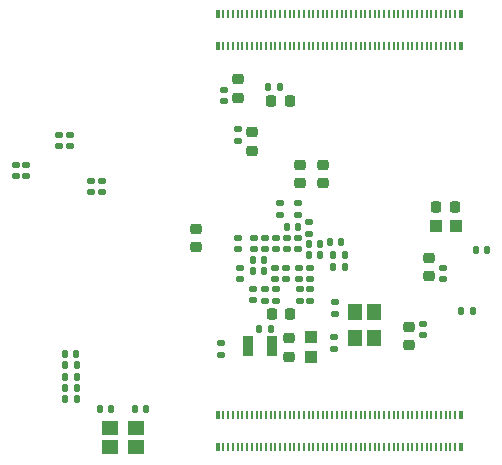
<source format=gbp>
%TF.GenerationSoftware,KiCad,Pcbnew,9.0.6-9.0.6~ubuntu24.04.1*%
%TF.CreationDate,2025-12-28T10:30:28+01:00*%
%TF.ProjectId,BB3plus CM5 STM32H7 module,42423370-6c75-4732-9043-4d352053544d,r1B3*%
%TF.SameCoordinates,Original*%
%TF.FileFunction,Paste,Bot*%
%TF.FilePolarity,Positive*%
%FSLAX46Y46*%
G04 Gerber Fmt 4.6, Leading zero omitted, Abs format (unit mm)*
G04 Created by KiCad (PCBNEW 9.0.6-9.0.6~ubuntu24.04.1) date 2025-12-28 10:30:28*
%MOMM*%
%LPD*%
G01*
G04 APERTURE LIST*
G04 Aperture macros list*
%AMRoundRect*
0 Rectangle with rounded corners*
0 $1 Rounding radius*
0 $2 $3 $4 $5 $6 $7 $8 $9 X,Y pos of 4 corners*
0 Add a 4 corners polygon primitive as box body*
4,1,4,$2,$3,$4,$5,$6,$7,$8,$9,$2,$3,0*
0 Add four circle primitives for the rounded corners*
1,1,$1+$1,$2,$3*
1,1,$1+$1,$4,$5*
1,1,$1+$1,$6,$7*
1,1,$1+$1,$8,$9*
0 Add four rect primitives between the rounded corners*
20,1,$1+$1,$2,$3,$4,$5,0*
20,1,$1+$1,$4,$5,$6,$7,0*
20,1,$1+$1,$6,$7,$8,$9,0*
20,1,$1+$1,$8,$9,$2,$3,0*%
G04 Aperture macros list end*
%ADD10R,0.230000X0.660000*%
%ADD11R,0.350000X0.660000*%
%ADD12RoundRect,0.140000X-0.170000X0.140000X-0.170000X-0.140000X0.170000X-0.140000X0.170000X0.140000X0*%
%ADD13R,1.400000X1.200000*%
%ADD14RoundRect,0.140000X0.170000X-0.140000X0.170000X0.140000X-0.170000X0.140000X-0.170000X-0.140000X0*%
%ADD15RoundRect,0.140000X0.140000X0.170000X-0.140000X0.170000X-0.140000X-0.170000X0.140000X-0.170000X0*%
%ADD16RoundRect,0.225000X-0.225000X-0.250000X0.225000X-0.250000X0.225000X0.250000X-0.225000X0.250000X0*%
%ADD17RoundRect,0.140000X-0.140000X-0.170000X0.140000X-0.170000X0.140000X0.170000X-0.140000X0.170000X0*%
%ADD18RoundRect,0.225000X0.250000X-0.225000X0.250000X0.225000X-0.250000X0.225000X-0.250000X-0.225000X0*%
%ADD19RoundRect,0.225000X0.225000X0.250000X-0.225000X0.250000X-0.225000X-0.250000X0.225000X-0.250000X0*%
%ADD20RoundRect,0.225000X-0.250000X0.225000X-0.250000X-0.225000X0.250000X-0.225000X0.250000X0.225000X0*%
%ADD21RoundRect,0.135000X0.135000X0.185000X-0.135000X0.185000X-0.135000X-0.185000X0.135000X-0.185000X0*%
%ADD22RoundRect,0.050800X0.449200X0.499200X-0.449200X0.499200X-0.449200X-0.499200X0.449200X-0.499200X0*%
%ADD23RoundRect,0.042333X-0.402167X-0.833967X0.402167X-0.833967X0.402167X0.833967X-0.402167X0.833967X0*%
%ADD24R,1.200000X1.400000*%
%ADD25RoundRect,0.135000X-0.135000X-0.185000X0.135000X-0.185000X0.135000X0.185000X-0.135000X0.185000X0*%
%ADD26RoundRect,0.050800X-0.499200X0.449200X-0.499200X-0.449200X0.499200X-0.449200X0.499200X0.449200X0*%
G04 APERTURE END LIST*
D10*
%TO.C,SoM1*%
X114300000Y-110515000D03*
X114300000Y-107805000D03*
X114700000Y-110515000D03*
X114700000Y-107805000D03*
X115100000Y-110515000D03*
X115100000Y-107805000D03*
X115500000Y-110515000D03*
X115500000Y-107805000D03*
X115900000Y-110515000D03*
X115900000Y-107805000D03*
X116300000Y-110515000D03*
X116300000Y-107805000D03*
X116700000Y-110515000D03*
X116700000Y-107805000D03*
X117100000Y-110515000D03*
X117100000Y-107805000D03*
X117500000Y-110515000D03*
X117500000Y-107805000D03*
X117900000Y-110515000D03*
X117900000Y-107805000D03*
X118300000Y-110515000D03*
X118300000Y-107805000D03*
X118700000Y-110515000D03*
X118700000Y-107805000D03*
X119100000Y-110515000D03*
X119100000Y-107805000D03*
X119500000Y-110515000D03*
X119500000Y-107805000D03*
X119900000Y-110515000D03*
X119900000Y-107805000D03*
X120300000Y-110515000D03*
X120300000Y-107805000D03*
X120700000Y-110515000D03*
X120700000Y-107805000D03*
X121100000Y-110515000D03*
X121100000Y-107805000D03*
X121500000Y-110515000D03*
X121500000Y-107805000D03*
X121900000Y-110515000D03*
X121900000Y-107805000D03*
X122300000Y-110515000D03*
X122300000Y-107805000D03*
X122700000Y-110515000D03*
X122700000Y-107805000D03*
X123100000Y-110515000D03*
X123100000Y-107805000D03*
X123500000Y-110515000D03*
X123500000Y-107805000D03*
X123900000Y-110515000D03*
X123900000Y-107805000D03*
X124300000Y-110515000D03*
X124300000Y-107805000D03*
X124700000Y-110515000D03*
X124700000Y-107805000D03*
X125100000Y-110515000D03*
X125100000Y-107805000D03*
X125500000Y-110515000D03*
X125500000Y-107805000D03*
X125900000Y-110515000D03*
X125900000Y-107805000D03*
X126300000Y-110515000D03*
X126300000Y-107805000D03*
X126700000Y-110515000D03*
X126700000Y-107805000D03*
X127100000Y-110515000D03*
X127100000Y-107805000D03*
X127500000Y-110515000D03*
X127500000Y-107805000D03*
X127900000Y-110515000D03*
X127900000Y-107805000D03*
X128300000Y-110515000D03*
X128300000Y-107805000D03*
X128700000Y-110515000D03*
X128700000Y-107805000D03*
X129100000Y-110515000D03*
X129100000Y-107805000D03*
X129500000Y-110515000D03*
X129500000Y-107805000D03*
X129900000Y-110515000D03*
X129900000Y-107805000D03*
X130300000Y-110515000D03*
X130300000Y-107805000D03*
X130700000Y-110515000D03*
X130700000Y-107805000D03*
X131100000Y-110515000D03*
X131100000Y-107805000D03*
X131500000Y-110515000D03*
X131500000Y-107805000D03*
X131900000Y-110515000D03*
X131900000Y-107805000D03*
X132300000Y-110515000D03*
X132300000Y-107805000D03*
X132700000Y-110515000D03*
X132700000Y-107805000D03*
X133100000Y-110515000D03*
X133100000Y-107805000D03*
X133500000Y-110515000D03*
X133500000Y-107805000D03*
X133900000Y-110515000D03*
X133900000Y-107805000D03*
X114300000Y-76595000D03*
X114300000Y-73885000D03*
X114700000Y-76595000D03*
X114700000Y-73885000D03*
X115100000Y-76595000D03*
X115100000Y-73885000D03*
X115500000Y-76595000D03*
X115500000Y-73885000D03*
X115900000Y-76595000D03*
X115900000Y-73885000D03*
X116300000Y-76595000D03*
X116300000Y-73885000D03*
X116700000Y-76595000D03*
X116700000Y-73885000D03*
X117100000Y-76595000D03*
X117100000Y-73885000D03*
X117500000Y-76595000D03*
X117500000Y-73885000D03*
X117900000Y-76595000D03*
X117900000Y-73885000D03*
X118300000Y-76595000D03*
X118300000Y-73885000D03*
X118700000Y-76595000D03*
X118700000Y-73885000D03*
X119100000Y-76595000D03*
X119100000Y-73885000D03*
X119500000Y-76595000D03*
X119500000Y-73885000D03*
X119900000Y-76595000D03*
X119900000Y-73885000D03*
X120300000Y-76595000D03*
X120300000Y-73885000D03*
X120700000Y-76595000D03*
X120700000Y-73885000D03*
X121100000Y-76595000D03*
X121100000Y-73885000D03*
X121500000Y-76595000D03*
X121500000Y-73885000D03*
X121900000Y-76595000D03*
X121900000Y-73885000D03*
X122300000Y-76595000D03*
X122300000Y-73885000D03*
X122700000Y-76595000D03*
X122700000Y-73885000D03*
X123100000Y-76595000D03*
X123100000Y-73885000D03*
X123500000Y-76595000D03*
X123500000Y-73885000D03*
X123900000Y-76595000D03*
X123900000Y-73885000D03*
X124300000Y-76595000D03*
X124300000Y-73885000D03*
X124700000Y-76595000D03*
X124700000Y-73885000D03*
X125100000Y-76595000D03*
X125100000Y-73885000D03*
X125500000Y-76595000D03*
X125500000Y-73885000D03*
X125900000Y-76595000D03*
X125900000Y-73885000D03*
X126300000Y-76595000D03*
X126300000Y-73885000D03*
X126700000Y-76595000D03*
X126700000Y-73885000D03*
X127100000Y-76595000D03*
X127100000Y-73885000D03*
X127500000Y-76595000D03*
X127500000Y-73885000D03*
X127900000Y-76595000D03*
X127900000Y-73885000D03*
X128300000Y-76595000D03*
X128300000Y-73885000D03*
X128700000Y-76595000D03*
X128700000Y-73885000D03*
X129100000Y-76595000D03*
X129100000Y-73885000D03*
X129500000Y-76595000D03*
X129500000Y-73885000D03*
X129900000Y-76595000D03*
X129900000Y-73885000D03*
X130300000Y-76595000D03*
X130300000Y-73885000D03*
X130700000Y-76595000D03*
X130700000Y-73885000D03*
X131100000Y-76595000D03*
X131100000Y-73885000D03*
X131500000Y-76595000D03*
X131500000Y-73885000D03*
X131900000Y-76595000D03*
X131900000Y-73885000D03*
X132300000Y-76595000D03*
X132300000Y-73885000D03*
X132700000Y-76595000D03*
X132700000Y-73885000D03*
X133100000Y-76595000D03*
X133100000Y-73885000D03*
X133500000Y-76595000D03*
X133500000Y-73885000D03*
X133900000Y-76595000D03*
X133900000Y-73885000D03*
D11*
X113825000Y-110515000D03*
X134375000Y-110515000D03*
X113825000Y-107805000D03*
X134375000Y-107805000D03*
X113825000Y-76595000D03*
X134375000Y-76595000D03*
X113825000Y-73885000D03*
X134375000Y-73885000D03*
%TD*%
D12*
%TO.C,C26*%
X120620002Y-92783012D03*
X120620002Y-93743012D03*
%TD*%
D13*
%TO.C,Y2*%
X104675700Y-108900000D03*
X106875700Y-108900000D03*
X106875700Y-110500000D03*
X104675700Y-110500000D03*
%TD*%
D14*
%TO.C,C50*%
X100358614Y-85020000D03*
X100358614Y-84060000D03*
%TD*%
D12*
%TO.C,C45*%
X96700000Y-86600000D03*
X96700000Y-87560000D03*
%TD*%
D15*
%TO.C,C24*%
X118300000Y-100513012D03*
X117340000Y-100513012D03*
%TD*%
D16*
%TO.C,C70*%
X132315000Y-90160000D03*
X133865000Y-90160000D03*
%TD*%
D17*
%TO.C,C77*%
X118085227Y-80030000D03*
X119045227Y-80030000D03*
%TD*%
D12*
%TO.C,C48*%
X97620000Y-86600000D03*
X97620000Y-87560000D03*
%TD*%
D17*
%TO.C,C14*%
X121510002Y-93343012D03*
X122470002Y-93343012D03*
%TD*%
D15*
%TO.C,C44*%
X107735700Y-107310000D03*
X106775700Y-107310000D03*
%TD*%
D18*
%TO.C,C12*%
X119810000Y-102860000D03*
X119810000Y-101310000D03*
%TD*%
D19*
%TO.C,C15*%
X119920000Y-99250000D03*
X118370000Y-99250000D03*
%TD*%
D17*
%TO.C,C37*%
X123600000Y-94260000D03*
X124560000Y-94260000D03*
%TD*%
D20*
%TO.C,C61*%
X129980000Y-100365000D03*
X129980000Y-101915000D03*
%TD*%
D21*
%TO.C,R13*%
X135460000Y-99020000D03*
X134440000Y-99020000D03*
%TD*%
D12*
%TO.C,C60*%
X131170000Y-100090000D03*
X131170000Y-101050000D03*
%TD*%
D17*
%TO.C,C43*%
X103815700Y-107310000D03*
X104775700Y-107310000D03*
%TD*%
D18*
%TO.C,C9*%
X111950000Y-93575000D03*
X111950000Y-92025000D03*
%TD*%
D14*
%TO.C,C36*%
X121540002Y-92453012D03*
X121540002Y-91493012D03*
%TD*%
%TO.C,C35*%
X119120002Y-90833012D03*
X119120002Y-89873012D03*
%TD*%
D12*
%TO.C,C16*%
X121630000Y-95330000D03*
X121630000Y-96290000D03*
%TD*%
D14*
%TO.C,C18*%
X120710000Y-96290000D03*
X120710000Y-95330000D03*
%TD*%
D12*
%TO.C,C30*%
X120780000Y-97160000D03*
X120780000Y-98120000D03*
%TD*%
D14*
%TO.C,C25*%
X119550000Y-96300000D03*
X119550000Y-95340000D03*
%TD*%
%TO.C,C47*%
X101280000Y-85020000D03*
X101280000Y-84060000D03*
%TD*%
%TO.C,C58*%
X132850000Y-96315000D03*
X132850000Y-95355000D03*
%TD*%
D18*
%TO.C,C59*%
X131660000Y-96050000D03*
X131660000Y-94500000D03*
%TD*%
D14*
%TO.C,C38*%
X120620002Y-90843012D03*
X120620002Y-89883012D03*
%TD*%
D21*
%TO.C,R17*%
X101890000Y-105490000D03*
X100870000Y-105490000D03*
%TD*%
D15*
%TO.C,C10*%
X117740000Y-95630000D03*
X116780000Y-95630000D03*
%TD*%
D16*
%TO.C,C78*%
X118355227Y-81230000D03*
X119905227Y-81230000D03*
%TD*%
D12*
%TO.C,C29*%
X118760002Y-97163012D03*
X118760002Y-98123012D03*
%TD*%
D20*
%TO.C,C76*%
X115525227Y-79395000D03*
X115525227Y-80945000D03*
%TD*%
D22*
%TO.C,FB5*%
X134020000Y-91800000D03*
X132320000Y-91800000D03*
%TD*%
D12*
%TO.C,C40*%
X119700002Y-92783012D03*
X119700002Y-93743012D03*
%TD*%
D23*
%TO.C,L1*%
X116347202Y-101983012D03*
X118430002Y-101983012D03*
%TD*%
D15*
%TO.C,C19*%
X120650002Y-91893012D03*
X119690002Y-91893012D03*
%TD*%
D14*
%TO.C,C23*%
X115500000Y-93750000D03*
X115500000Y-92790000D03*
%TD*%
%TO.C,C17*%
X116870000Y-93740000D03*
X116870000Y-92780000D03*
%TD*%
%TO.C,C28*%
X115730000Y-96303012D03*
X115730000Y-95343012D03*
%TD*%
D24*
%TO.C,Y1*%
X125450000Y-101270000D03*
X125450000Y-99070000D03*
X127050000Y-99070000D03*
X127050000Y-101270000D03*
%TD*%
D14*
%TO.C,C5*%
X123660000Y-102180000D03*
X123660000Y-101220000D03*
%TD*%
D12*
%TO.C,C75*%
X114331660Y-80260000D03*
X114331660Y-81220000D03*
%TD*%
D17*
%TO.C,C21*%
X121510002Y-94263012D03*
X122470002Y-94263012D03*
%TD*%
%TO.C,C34*%
X123600000Y-95290000D03*
X124560000Y-95290000D03*
%TD*%
D12*
%TO.C,C22*%
X117790000Y-92780000D03*
X117790000Y-93740000D03*
%TD*%
D14*
%TO.C,C46*%
X104010000Y-88951302D03*
X104010000Y-87991302D03*
%TD*%
D12*
%TO.C,C79*%
X115565227Y-83610000D03*
X115565227Y-84570000D03*
%TD*%
D25*
%TO.C,R16*%
X100870000Y-106430000D03*
X101890000Y-106430000D03*
%TD*%
%TO.C,R15*%
X100870000Y-103610000D03*
X101890000Y-103610000D03*
%TD*%
%TO.C,R14*%
X100870000Y-104550000D03*
X101890000Y-104550000D03*
%TD*%
D14*
%TO.C,C49*%
X103090000Y-88951302D03*
X103090000Y-87991302D03*
%TD*%
D12*
%TO.C,C27*%
X116800000Y-97150000D03*
X116800000Y-98110000D03*
%TD*%
D26*
%TO.C,FB1*%
X121700000Y-101160000D03*
X121700000Y-102860000D03*
%TD*%
D15*
%TO.C,C13*%
X117730000Y-94710000D03*
X116770000Y-94710000D03*
%TD*%
D18*
%TO.C,C42*%
X120800000Y-88175000D03*
X120800000Y-86625000D03*
%TD*%
%TO.C,C41*%
X122700000Y-88175000D03*
X122700000Y-86625000D03*
%TD*%
D12*
%TO.C,C33*%
X121650000Y-97160000D03*
X121650000Y-98120000D03*
%TD*%
D15*
%TO.C,C67*%
X136600000Y-93830000D03*
X135640000Y-93830000D03*
%TD*%
D17*
%TO.C,C57*%
X100880000Y-102670000D03*
X101840000Y-102670000D03*
%TD*%
D12*
%TO.C,C6*%
X123740000Y-98270000D03*
X123740000Y-99230000D03*
%TD*%
D14*
%TO.C,C20*%
X118630000Y-96300000D03*
X118630000Y-95340000D03*
%TD*%
D12*
%TO.C,C31*%
X114050000Y-101730000D03*
X114050000Y-102690000D03*
%TD*%
D17*
%TO.C,C39*%
X123330000Y-93150000D03*
X124290000Y-93150000D03*
%TD*%
D12*
%TO.C,C11*%
X118780002Y-92783012D03*
X118780002Y-93743012D03*
%TD*%
%TO.C,C32*%
X117830000Y-97170000D03*
X117830000Y-98130000D03*
%TD*%
D20*
%TO.C,C80*%
X116755227Y-83885000D03*
X116755227Y-85435000D03*
%TD*%
M02*

</source>
